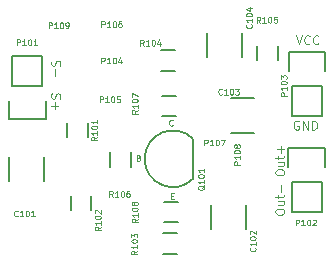
<source format=gto>
G04 #@! TF.FileFunction,Legend,Top*
%FSLAX46Y46*%
G04 Gerber Fmt 4.6, Leading zero omitted, Abs format (unit mm)*
G04 Created by KiCad (PCBNEW 4.0.1-stable) date 2/14/2016 8:13:32 PM*
%MOMM*%
G01*
G04 APERTURE LIST*
%ADD10C,0.100000*%
%ADD11C,0.125000*%
%ADD12C,0.150000*%
G04 APERTURE END LIST*
D10*
D11*
X152714762Y-106938571D02*
X152690952Y-106962381D01*
X152619524Y-106986190D01*
X152571905Y-106986190D01*
X152500476Y-106962381D01*
X152452857Y-106914762D01*
X152429048Y-106867143D01*
X152405238Y-106771905D01*
X152405238Y-106700476D01*
X152429048Y-106605238D01*
X152452857Y-106557619D01*
X152500476Y-106510000D01*
X152571905Y-106486190D01*
X152619524Y-106486190D01*
X152690952Y-106510000D01*
X152714762Y-106533810D01*
X152592858Y-112894286D02*
X152759524Y-112894286D01*
X152830953Y-113156190D02*
X152592858Y-113156190D01*
X152592858Y-112656190D01*
X152830953Y-112656190D01*
X149815714Y-109704286D02*
X149887143Y-109728095D01*
X149910952Y-109751905D01*
X149934762Y-109799524D01*
X149934762Y-109870952D01*
X149910952Y-109918571D01*
X149887143Y-109942381D01*
X149839524Y-109966190D01*
X149649048Y-109966190D01*
X149649048Y-109466190D01*
X149815714Y-109466190D01*
X149863333Y-109490000D01*
X149887143Y-109513810D01*
X149910952Y-109561429D01*
X149910952Y-109609048D01*
X149887143Y-109656667D01*
X149863333Y-109680476D01*
X149815714Y-109704286D01*
X149649048Y-109704286D01*
X163368572Y-106605000D02*
X163297143Y-106569286D01*
X163190000Y-106569286D01*
X163082857Y-106605000D01*
X163011429Y-106676429D01*
X162975714Y-106747857D01*
X162940000Y-106890714D01*
X162940000Y-106997857D01*
X162975714Y-107140714D01*
X163011429Y-107212143D01*
X163082857Y-107283571D01*
X163190000Y-107319286D01*
X163261429Y-107319286D01*
X163368572Y-107283571D01*
X163404286Y-107247857D01*
X163404286Y-106997857D01*
X163261429Y-106997857D01*
X163725714Y-107319286D02*
X163725714Y-106569286D01*
X164154286Y-107319286D01*
X164154286Y-106569286D01*
X164511428Y-107319286D02*
X164511428Y-106569286D01*
X164690000Y-106569286D01*
X164797143Y-106605000D01*
X164868571Y-106676429D01*
X164904286Y-106747857D01*
X164940000Y-106890714D01*
X164940000Y-106997857D01*
X164904286Y-107140714D01*
X164868571Y-107212143D01*
X164797143Y-107283571D01*
X164690000Y-107319286D01*
X164511428Y-107319286D01*
X163120001Y-99339286D02*
X163370001Y-100089286D01*
X163620001Y-99339286D01*
X164298572Y-100017857D02*
X164262858Y-100053571D01*
X164155715Y-100089286D01*
X164084286Y-100089286D01*
X163977143Y-100053571D01*
X163905715Y-99982143D01*
X163870000Y-99910714D01*
X163834286Y-99767857D01*
X163834286Y-99660714D01*
X163870000Y-99517857D01*
X163905715Y-99446429D01*
X163977143Y-99375000D01*
X164084286Y-99339286D01*
X164155715Y-99339286D01*
X164262858Y-99375000D01*
X164298572Y-99410714D01*
X165048572Y-100017857D02*
X165012858Y-100053571D01*
X164905715Y-100089286D01*
X164834286Y-100089286D01*
X164727143Y-100053571D01*
X164655715Y-99982143D01*
X164620000Y-99910714D01*
X164584286Y-99767857D01*
X164584286Y-99660714D01*
X164620000Y-99517857D01*
X164655715Y-99446429D01*
X164727143Y-99375000D01*
X164834286Y-99339286D01*
X164905715Y-99339286D01*
X165012858Y-99375000D01*
X165048572Y-99410714D01*
X161399286Y-114329284D02*
X161399286Y-114186427D01*
X161435000Y-114114999D01*
X161506429Y-114043570D01*
X161649286Y-114007856D01*
X161899286Y-114007856D01*
X162042143Y-114043570D01*
X162113571Y-114114999D01*
X162149286Y-114186427D01*
X162149286Y-114329284D01*
X162113571Y-114400713D01*
X162042143Y-114472142D01*
X161899286Y-114507856D01*
X161649286Y-114507856D01*
X161506429Y-114472142D01*
X161435000Y-114400713D01*
X161399286Y-114329284D01*
X161649286Y-113364999D02*
X162149286Y-113364999D01*
X161649286Y-113686428D02*
X162042143Y-113686428D01*
X162113571Y-113650713D01*
X162149286Y-113579285D01*
X162149286Y-113472142D01*
X162113571Y-113400713D01*
X162077857Y-113364999D01*
X161649286Y-113114999D02*
X161649286Y-112829285D01*
X161399286Y-113007857D02*
X162042143Y-113007857D01*
X162113571Y-112972142D01*
X162149286Y-112900714D01*
X162149286Y-112829285D01*
X161863571Y-112579286D02*
X161863571Y-112007857D01*
X161389286Y-111009284D02*
X161389286Y-110866427D01*
X161425000Y-110794999D01*
X161496429Y-110723570D01*
X161639286Y-110687856D01*
X161889286Y-110687856D01*
X162032143Y-110723570D01*
X162103571Y-110794999D01*
X162139286Y-110866427D01*
X162139286Y-111009284D01*
X162103571Y-111080713D01*
X162032143Y-111152142D01*
X161889286Y-111187856D01*
X161639286Y-111187856D01*
X161496429Y-111152142D01*
X161425000Y-111080713D01*
X161389286Y-111009284D01*
X161639286Y-110044999D02*
X162139286Y-110044999D01*
X161639286Y-110366428D02*
X162032143Y-110366428D01*
X162103571Y-110330713D01*
X162139286Y-110259285D01*
X162139286Y-110152142D01*
X162103571Y-110080713D01*
X162067857Y-110044999D01*
X161639286Y-109794999D02*
X161639286Y-109509285D01*
X161389286Y-109687857D02*
X162032143Y-109687857D01*
X162103571Y-109652142D01*
X162139286Y-109580714D01*
X162139286Y-109509285D01*
X161853571Y-109259286D02*
X161853571Y-108687857D01*
X162139286Y-108973571D02*
X161567857Y-108973571D01*
X142456429Y-104251429D02*
X142420714Y-104358572D01*
X142420714Y-104537143D01*
X142456429Y-104608572D01*
X142492143Y-104644286D01*
X142563571Y-104680001D01*
X142635000Y-104680001D01*
X142706429Y-104644286D01*
X142742143Y-104608572D01*
X142777857Y-104537143D01*
X142813571Y-104394286D01*
X142849286Y-104322858D01*
X142885000Y-104287143D01*
X142956429Y-104251429D01*
X143027857Y-104251429D01*
X143099286Y-104287143D01*
X143135000Y-104322858D01*
X143170714Y-104394286D01*
X143170714Y-104572858D01*
X143135000Y-104680001D01*
X142706429Y-105001429D02*
X142706429Y-105572858D01*
X142420714Y-105287144D02*
X142992143Y-105287144D01*
X142456429Y-101471429D02*
X142420714Y-101578572D01*
X142420714Y-101757143D01*
X142456429Y-101828572D01*
X142492143Y-101864286D01*
X142563571Y-101900001D01*
X142635000Y-101900001D01*
X142706429Y-101864286D01*
X142742143Y-101828572D01*
X142777857Y-101757143D01*
X142813571Y-101614286D01*
X142849286Y-101542858D01*
X142885000Y-101507143D01*
X142956429Y-101471429D01*
X143027857Y-101471429D01*
X143099286Y-101507143D01*
X143135000Y-101542858D01*
X143170714Y-101614286D01*
X143170714Y-101792858D01*
X143135000Y-101900001D01*
X142706429Y-102221429D02*
X142706429Y-102792858D01*
D12*
X138835000Y-109630000D02*
X138835000Y-111630000D01*
X141785000Y-111630000D02*
X141785000Y-109630000D01*
X155935000Y-113690000D02*
X155935000Y-115690000D01*
X158885000Y-115690000D02*
X158885000Y-113690000D01*
X157620000Y-107565000D02*
X159620000Y-107565000D01*
X159620000Y-104615000D02*
X157620000Y-104615000D01*
X155635000Y-99140000D02*
X155635000Y-101140000D01*
X158585000Y-101140000D02*
X158585000Y-99140000D01*
X139130000Y-103580000D02*
X139130000Y-101040000D01*
X138850000Y-106400000D02*
X138850000Y-104850000D01*
X139130000Y-103580000D02*
X141670000Y-103580000D01*
X141950000Y-104850000D02*
X141950000Y-106400000D01*
X141950000Y-106400000D02*
X138850000Y-106400000D01*
X141670000Y-103580000D02*
X141670000Y-101040000D01*
X141670000Y-101040000D02*
X139130000Y-101040000D01*
X165330000Y-111720000D02*
X165330000Y-114260000D01*
X165610000Y-108900000D02*
X165610000Y-110450000D01*
X165330000Y-111720000D02*
X162790000Y-111720000D01*
X162510000Y-110450000D02*
X162510000Y-108900000D01*
X162510000Y-108900000D02*
X165610000Y-108900000D01*
X162790000Y-111720000D02*
X162790000Y-114260000D01*
X162790000Y-114260000D02*
X165330000Y-114260000D01*
X165340000Y-103600000D02*
X165340000Y-106140000D01*
X165620000Y-100780000D02*
X165620000Y-102330000D01*
X165340000Y-103600000D02*
X162800000Y-103600000D01*
X162520000Y-102330000D02*
X162520000Y-100780000D01*
X162520000Y-100780000D02*
X165620000Y-100780000D01*
X162800000Y-103600000D02*
X162800000Y-106140000D01*
X162800000Y-106140000D02*
X165340000Y-106140000D01*
X154430000Y-111480000D02*
X154430000Y-108080000D01*
X154427056Y-111477056D02*
G75*
G02X150330000Y-109780000I-1697056J1697056D01*
G01*
X154427056Y-108082944D02*
G75*
G03X150330000Y-109780000I-1697056J-1697056D01*
G01*
X143795000Y-107940000D02*
X143795000Y-106740000D01*
X145545000Y-106740000D02*
X145545000Y-107940000D01*
X144055000Y-114160000D02*
X144055000Y-112960000D01*
X145805000Y-112960000D02*
X145805000Y-114160000D01*
X151850000Y-116085000D02*
X153050000Y-116085000D01*
X153050000Y-117835000D02*
X151850000Y-117835000D01*
X151740000Y-100585000D02*
X152940000Y-100585000D01*
X152940000Y-102335000D02*
X151740000Y-102335000D01*
X161635000Y-100250000D02*
X161635000Y-101450000D01*
X159885000Y-101450000D02*
X159885000Y-100250000D01*
X149135000Y-109240000D02*
X149135000Y-110440000D01*
X147385000Y-110440000D02*
X147385000Y-109240000D01*
X152980000Y-106175000D02*
X151780000Y-106175000D01*
X151780000Y-104425000D02*
X152980000Y-104425000D01*
X153130000Y-115165000D02*
X151930000Y-115165000D01*
X151930000Y-113415000D02*
X153130000Y-113415000D01*
D11*
X139590477Y-114618571D02*
X139566667Y-114642381D01*
X139495239Y-114666190D01*
X139447620Y-114666190D01*
X139376191Y-114642381D01*
X139328572Y-114594762D01*
X139304763Y-114547143D01*
X139280953Y-114451905D01*
X139280953Y-114380476D01*
X139304763Y-114285238D01*
X139328572Y-114237619D01*
X139376191Y-114190000D01*
X139447620Y-114166190D01*
X139495239Y-114166190D01*
X139566667Y-114190000D01*
X139590477Y-114213810D01*
X140066667Y-114666190D02*
X139780953Y-114666190D01*
X139923810Y-114666190D02*
X139923810Y-114166190D01*
X139876191Y-114237619D01*
X139828572Y-114285238D01*
X139780953Y-114309048D01*
X140376191Y-114166190D02*
X140423810Y-114166190D01*
X140471429Y-114190000D01*
X140495238Y-114213810D01*
X140519048Y-114261429D01*
X140542857Y-114356667D01*
X140542857Y-114475714D01*
X140519048Y-114570952D01*
X140495238Y-114618571D01*
X140471429Y-114642381D01*
X140423810Y-114666190D01*
X140376191Y-114666190D01*
X140328572Y-114642381D01*
X140304762Y-114618571D01*
X140280953Y-114570952D01*
X140257143Y-114475714D01*
X140257143Y-114356667D01*
X140280953Y-114261429D01*
X140304762Y-114213810D01*
X140328572Y-114190000D01*
X140376191Y-114166190D01*
X141019047Y-114666190D02*
X140733333Y-114666190D01*
X140876190Y-114666190D02*
X140876190Y-114166190D01*
X140828571Y-114237619D01*
X140780952Y-114285238D01*
X140733333Y-114309048D01*
X159688571Y-117309523D02*
X159712381Y-117333333D01*
X159736190Y-117404761D01*
X159736190Y-117452380D01*
X159712381Y-117523809D01*
X159664762Y-117571428D01*
X159617143Y-117595237D01*
X159521905Y-117619047D01*
X159450476Y-117619047D01*
X159355238Y-117595237D01*
X159307619Y-117571428D01*
X159260000Y-117523809D01*
X159236190Y-117452380D01*
X159236190Y-117404761D01*
X159260000Y-117333333D01*
X159283810Y-117309523D01*
X159736190Y-116833333D02*
X159736190Y-117119047D01*
X159736190Y-116976190D02*
X159236190Y-116976190D01*
X159307619Y-117023809D01*
X159355238Y-117071428D01*
X159379048Y-117119047D01*
X159236190Y-116523809D02*
X159236190Y-116476190D01*
X159260000Y-116428571D01*
X159283810Y-116404762D01*
X159331429Y-116380952D01*
X159426667Y-116357143D01*
X159545714Y-116357143D01*
X159640952Y-116380952D01*
X159688571Y-116404762D01*
X159712381Y-116428571D01*
X159736190Y-116476190D01*
X159736190Y-116523809D01*
X159712381Y-116571428D01*
X159688571Y-116595238D01*
X159640952Y-116619047D01*
X159545714Y-116642857D01*
X159426667Y-116642857D01*
X159331429Y-116619047D01*
X159283810Y-116595238D01*
X159260000Y-116571428D01*
X159236190Y-116523809D01*
X159283810Y-116166667D02*
X159260000Y-116142857D01*
X159236190Y-116095238D01*
X159236190Y-115976191D01*
X159260000Y-115928572D01*
X159283810Y-115904762D01*
X159331429Y-115880953D01*
X159379048Y-115880953D01*
X159450476Y-115904762D01*
X159736190Y-116190476D01*
X159736190Y-115880953D01*
X156880477Y-104308571D02*
X156856667Y-104332381D01*
X156785239Y-104356190D01*
X156737620Y-104356190D01*
X156666191Y-104332381D01*
X156618572Y-104284762D01*
X156594763Y-104237143D01*
X156570953Y-104141905D01*
X156570953Y-104070476D01*
X156594763Y-103975238D01*
X156618572Y-103927619D01*
X156666191Y-103880000D01*
X156737620Y-103856190D01*
X156785239Y-103856190D01*
X156856667Y-103880000D01*
X156880477Y-103903810D01*
X157356667Y-104356190D02*
X157070953Y-104356190D01*
X157213810Y-104356190D02*
X157213810Y-103856190D01*
X157166191Y-103927619D01*
X157118572Y-103975238D01*
X157070953Y-103999048D01*
X157666191Y-103856190D02*
X157713810Y-103856190D01*
X157761429Y-103880000D01*
X157785238Y-103903810D01*
X157809048Y-103951429D01*
X157832857Y-104046667D01*
X157832857Y-104165714D01*
X157809048Y-104260952D01*
X157785238Y-104308571D01*
X157761429Y-104332381D01*
X157713810Y-104356190D01*
X157666191Y-104356190D01*
X157618572Y-104332381D01*
X157594762Y-104308571D01*
X157570953Y-104260952D01*
X157547143Y-104165714D01*
X157547143Y-104046667D01*
X157570953Y-103951429D01*
X157594762Y-103903810D01*
X157618572Y-103880000D01*
X157666191Y-103856190D01*
X157999524Y-103856190D02*
X158309047Y-103856190D01*
X158142381Y-104046667D01*
X158213809Y-104046667D01*
X158261428Y-104070476D01*
X158285238Y-104094286D01*
X158309047Y-104141905D01*
X158309047Y-104260952D01*
X158285238Y-104308571D01*
X158261428Y-104332381D01*
X158213809Y-104356190D01*
X158070952Y-104356190D01*
X158023333Y-104332381D01*
X157999524Y-104308571D01*
X159368571Y-98399523D02*
X159392381Y-98423333D01*
X159416190Y-98494761D01*
X159416190Y-98542380D01*
X159392381Y-98613809D01*
X159344762Y-98661428D01*
X159297143Y-98685237D01*
X159201905Y-98709047D01*
X159130476Y-98709047D01*
X159035238Y-98685237D01*
X158987619Y-98661428D01*
X158940000Y-98613809D01*
X158916190Y-98542380D01*
X158916190Y-98494761D01*
X158940000Y-98423333D01*
X158963810Y-98399523D01*
X159416190Y-97923333D02*
X159416190Y-98209047D01*
X159416190Y-98066190D02*
X158916190Y-98066190D01*
X158987619Y-98113809D01*
X159035238Y-98161428D01*
X159059048Y-98209047D01*
X158916190Y-97613809D02*
X158916190Y-97566190D01*
X158940000Y-97518571D01*
X158963810Y-97494762D01*
X159011429Y-97470952D01*
X159106667Y-97447143D01*
X159225714Y-97447143D01*
X159320952Y-97470952D01*
X159368571Y-97494762D01*
X159392381Y-97518571D01*
X159416190Y-97566190D01*
X159416190Y-97613809D01*
X159392381Y-97661428D01*
X159368571Y-97685238D01*
X159320952Y-97709047D01*
X159225714Y-97732857D01*
X159106667Y-97732857D01*
X159011429Y-97709047D01*
X158963810Y-97685238D01*
X158940000Y-97661428D01*
X158916190Y-97613809D01*
X159082857Y-97018572D02*
X159416190Y-97018572D01*
X158892381Y-97137619D02*
X159249524Y-97256667D01*
X159249524Y-96947143D01*
X139514763Y-100166190D02*
X139514763Y-99666190D01*
X139705239Y-99666190D01*
X139752858Y-99690000D01*
X139776667Y-99713810D01*
X139800477Y-99761429D01*
X139800477Y-99832857D01*
X139776667Y-99880476D01*
X139752858Y-99904286D01*
X139705239Y-99928095D01*
X139514763Y-99928095D01*
X140276667Y-100166190D02*
X139990953Y-100166190D01*
X140133810Y-100166190D02*
X140133810Y-99666190D01*
X140086191Y-99737619D01*
X140038572Y-99785238D01*
X139990953Y-99809048D01*
X140586191Y-99666190D02*
X140633810Y-99666190D01*
X140681429Y-99690000D01*
X140705238Y-99713810D01*
X140729048Y-99761429D01*
X140752857Y-99856667D01*
X140752857Y-99975714D01*
X140729048Y-100070952D01*
X140705238Y-100118571D01*
X140681429Y-100142381D01*
X140633810Y-100166190D01*
X140586191Y-100166190D01*
X140538572Y-100142381D01*
X140514762Y-100118571D01*
X140490953Y-100070952D01*
X140467143Y-99975714D01*
X140467143Y-99856667D01*
X140490953Y-99761429D01*
X140514762Y-99713810D01*
X140538572Y-99690000D01*
X140586191Y-99666190D01*
X141229047Y-100166190D02*
X140943333Y-100166190D01*
X141086190Y-100166190D02*
X141086190Y-99666190D01*
X141038571Y-99737619D01*
X140990952Y-99785238D01*
X140943333Y-99809048D01*
X163124763Y-115426190D02*
X163124763Y-114926190D01*
X163315239Y-114926190D01*
X163362858Y-114950000D01*
X163386667Y-114973810D01*
X163410477Y-115021429D01*
X163410477Y-115092857D01*
X163386667Y-115140476D01*
X163362858Y-115164286D01*
X163315239Y-115188095D01*
X163124763Y-115188095D01*
X163886667Y-115426190D02*
X163600953Y-115426190D01*
X163743810Y-115426190D02*
X163743810Y-114926190D01*
X163696191Y-114997619D01*
X163648572Y-115045238D01*
X163600953Y-115069048D01*
X164196191Y-114926190D02*
X164243810Y-114926190D01*
X164291429Y-114950000D01*
X164315238Y-114973810D01*
X164339048Y-115021429D01*
X164362857Y-115116667D01*
X164362857Y-115235714D01*
X164339048Y-115330952D01*
X164315238Y-115378571D01*
X164291429Y-115402381D01*
X164243810Y-115426190D01*
X164196191Y-115426190D01*
X164148572Y-115402381D01*
X164124762Y-115378571D01*
X164100953Y-115330952D01*
X164077143Y-115235714D01*
X164077143Y-115116667D01*
X164100953Y-115021429D01*
X164124762Y-114973810D01*
X164148572Y-114950000D01*
X164196191Y-114926190D01*
X164553333Y-114973810D02*
X164577143Y-114950000D01*
X164624762Y-114926190D01*
X164743809Y-114926190D01*
X164791428Y-114950000D01*
X164815238Y-114973810D01*
X164839047Y-115021429D01*
X164839047Y-115069048D01*
X164815238Y-115140476D01*
X164529524Y-115426190D01*
X164839047Y-115426190D01*
X162346190Y-104435237D02*
X161846190Y-104435237D01*
X161846190Y-104244761D01*
X161870000Y-104197142D01*
X161893810Y-104173333D01*
X161941429Y-104149523D01*
X162012857Y-104149523D01*
X162060476Y-104173333D01*
X162084286Y-104197142D01*
X162108095Y-104244761D01*
X162108095Y-104435237D01*
X162346190Y-103673333D02*
X162346190Y-103959047D01*
X162346190Y-103816190D02*
X161846190Y-103816190D01*
X161917619Y-103863809D01*
X161965238Y-103911428D01*
X161989048Y-103959047D01*
X161846190Y-103363809D02*
X161846190Y-103316190D01*
X161870000Y-103268571D01*
X161893810Y-103244762D01*
X161941429Y-103220952D01*
X162036667Y-103197143D01*
X162155714Y-103197143D01*
X162250952Y-103220952D01*
X162298571Y-103244762D01*
X162322381Y-103268571D01*
X162346190Y-103316190D01*
X162346190Y-103363809D01*
X162322381Y-103411428D01*
X162298571Y-103435238D01*
X162250952Y-103459047D01*
X162155714Y-103482857D01*
X162036667Y-103482857D01*
X161941429Y-103459047D01*
X161893810Y-103435238D01*
X161870000Y-103411428D01*
X161846190Y-103363809D01*
X161846190Y-103030476D02*
X161846190Y-102720953D01*
X162036667Y-102887619D01*
X162036667Y-102816191D01*
X162060476Y-102768572D01*
X162084286Y-102744762D01*
X162131905Y-102720953D01*
X162250952Y-102720953D01*
X162298571Y-102744762D01*
X162322381Y-102768572D01*
X162346190Y-102816191D01*
X162346190Y-102959048D01*
X162322381Y-103006667D01*
X162298571Y-103030476D01*
X146674763Y-101712190D02*
X146674763Y-101212190D01*
X146865239Y-101212190D01*
X146912858Y-101236000D01*
X146936667Y-101259810D01*
X146960477Y-101307429D01*
X146960477Y-101378857D01*
X146936667Y-101426476D01*
X146912858Y-101450286D01*
X146865239Y-101474095D01*
X146674763Y-101474095D01*
X147436667Y-101712190D02*
X147150953Y-101712190D01*
X147293810Y-101712190D02*
X147293810Y-101212190D01*
X147246191Y-101283619D01*
X147198572Y-101331238D01*
X147150953Y-101355048D01*
X147746191Y-101212190D02*
X147793810Y-101212190D01*
X147841429Y-101236000D01*
X147865238Y-101259810D01*
X147889048Y-101307429D01*
X147912857Y-101402667D01*
X147912857Y-101521714D01*
X147889048Y-101616952D01*
X147865238Y-101664571D01*
X147841429Y-101688381D01*
X147793810Y-101712190D01*
X147746191Y-101712190D01*
X147698572Y-101688381D01*
X147674762Y-101664571D01*
X147650953Y-101616952D01*
X147627143Y-101521714D01*
X147627143Y-101402667D01*
X147650953Y-101307429D01*
X147674762Y-101259810D01*
X147698572Y-101236000D01*
X147746191Y-101212190D01*
X148341428Y-101378857D02*
X148341428Y-101712190D01*
X148222381Y-101188381D02*
X148103333Y-101545524D01*
X148412857Y-101545524D01*
X146534763Y-104996190D02*
X146534763Y-104496190D01*
X146725239Y-104496190D01*
X146772858Y-104520000D01*
X146796667Y-104543810D01*
X146820477Y-104591429D01*
X146820477Y-104662857D01*
X146796667Y-104710476D01*
X146772858Y-104734286D01*
X146725239Y-104758095D01*
X146534763Y-104758095D01*
X147296667Y-104996190D02*
X147010953Y-104996190D01*
X147153810Y-104996190D02*
X147153810Y-104496190D01*
X147106191Y-104567619D01*
X147058572Y-104615238D01*
X147010953Y-104639048D01*
X147606191Y-104496190D02*
X147653810Y-104496190D01*
X147701429Y-104520000D01*
X147725238Y-104543810D01*
X147749048Y-104591429D01*
X147772857Y-104686667D01*
X147772857Y-104805714D01*
X147749048Y-104900952D01*
X147725238Y-104948571D01*
X147701429Y-104972381D01*
X147653810Y-104996190D01*
X147606191Y-104996190D01*
X147558572Y-104972381D01*
X147534762Y-104948571D01*
X147510953Y-104900952D01*
X147487143Y-104805714D01*
X147487143Y-104686667D01*
X147510953Y-104591429D01*
X147534762Y-104543810D01*
X147558572Y-104520000D01*
X147606191Y-104496190D01*
X148225238Y-104496190D02*
X147987143Y-104496190D01*
X147963333Y-104734286D01*
X147987143Y-104710476D01*
X148034762Y-104686667D01*
X148153809Y-104686667D01*
X148201428Y-104710476D01*
X148225238Y-104734286D01*
X148249047Y-104781905D01*
X148249047Y-104900952D01*
X148225238Y-104948571D01*
X148201428Y-104972381D01*
X148153809Y-104996190D01*
X148034762Y-104996190D01*
X147987143Y-104972381D01*
X147963333Y-104948571D01*
X146674763Y-98632190D02*
X146674763Y-98132190D01*
X146865239Y-98132190D01*
X146912858Y-98156000D01*
X146936667Y-98179810D01*
X146960477Y-98227429D01*
X146960477Y-98298857D01*
X146936667Y-98346476D01*
X146912858Y-98370286D01*
X146865239Y-98394095D01*
X146674763Y-98394095D01*
X147436667Y-98632190D02*
X147150953Y-98632190D01*
X147293810Y-98632190D02*
X147293810Y-98132190D01*
X147246191Y-98203619D01*
X147198572Y-98251238D01*
X147150953Y-98275048D01*
X147746191Y-98132190D02*
X147793810Y-98132190D01*
X147841429Y-98156000D01*
X147865238Y-98179810D01*
X147889048Y-98227429D01*
X147912857Y-98322667D01*
X147912857Y-98441714D01*
X147889048Y-98536952D01*
X147865238Y-98584571D01*
X147841429Y-98608381D01*
X147793810Y-98632190D01*
X147746191Y-98632190D01*
X147698572Y-98608381D01*
X147674762Y-98584571D01*
X147650953Y-98536952D01*
X147627143Y-98441714D01*
X147627143Y-98322667D01*
X147650953Y-98227429D01*
X147674762Y-98179810D01*
X147698572Y-98156000D01*
X147746191Y-98132190D01*
X148341428Y-98132190D02*
X148246190Y-98132190D01*
X148198571Y-98156000D01*
X148174762Y-98179810D01*
X148127143Y-98251238D01*
X148103333Y-98346476D01*
X148103333Y-98536952D01*
X148127143Y-98584571D01*
X148150952Y-98608381D01*
X148198571Y-98632190D01*
X148293809Y-98632190D01*
X148341428Y-98608381D01*
X148365238Y-98584571D01*
X148389047Y-98536952D01*
X148389047Y-98417905D01*
X148365238Y-98370286D01*
X148341428Y-98346476D01*
X148293809Y-98322667D01*
X148198571Y-98322667D01*
X148150952Y-98346476D01*
X148127143Y-98370286D01*
X148103333Y-98417905D01*
X155394763Y-108656190D02*
X155394763Y-108156190D01*
X155585239Y-108156190D01*
X155632858Y-108180000D01*
X155656667Y-108203810D01*
X155680477Y-108251429D01*
X155680477Y-108322857D01*
X155656667Y-108370476D01*
X155632858Y-108394286D01*
X155585239Y-108418095D01*
X155394763Y-108418095D01*
X156156667Y-108656190D02*
X155870953Y-108656190D01*
X156013810Y-108656190D02*
X156013810Y-108156190D01*
X155966191Y-108227619D01*
X155918572Y-108275238D01*
X155870953Y-108299048D01*
X156466191Y-108156190D02*
X156513810Y-108156190D01*
X156561429Y-108180000D01*
X156585238Y-108203810D01*
X156609048Y-108251429D01*
X156632857Y-108346667D01*
X156632857Y-108465714D01*
X156609048Y-108560952D01*
X156585238Y-108608571D01*
X156561429Y-108632381D01*
X156513810Y-108656190D01*
X156466191Y-108656190D01*
X156418572Y-108632381D01*
X156394762Y-108608571D01*
X156370953Y-108560952D01*
X156347143Y-108465714D01*
X156347143Y-108346667D01*
X156370953Y-108251429D01*
X156394762Y-108203810D01*
X156418572Y-108180000D01*
X156466191Y-108156190D01*
X156799524Y-108156190D02*
X157132857Y-108156190D01*
X156918571Y-108656190D01*
X158406190Y-110285237D02*
X157906190Y-110285237D01*
X157906190Y-110094761D01*
X157930000Y-110047142D01*
X157953810Y-110023333D01*
X158001429Y-109999523D01*
X158072857Y-109999523D01*
X158120476Y-110023333D01*
X158144286Y-110047142D01*
X158168095Y-110094761D01*
X158168095Y-110285237D01*
X158406190Y-109523333D02*
X158406190Y-109809047D01*
X158406190Y-109666190D02*
X157906190Y-109666190D01*
X157977619Y-109713809D01*
X158025238Y-109761428D01*
X158049048Y-109809047D01*
X157906190Y-109213809D02*
X157906190Y-109166190D01*
X157930000Y-109118571D01*
X157953810Y-109094762D01*
X158001429Y-109070952D01*
X158096667Y-109047143D01*
X158215714Y-109047143D01*
X158310952Y-109070952D01*
X158358571Y-109094762D01*
X158382381Y-109118571D01*
X158406190Y-109166190D01*
X158406190Y-109213809D01*
X158382381Y-109261428D01*
X158358571Y-109285238D01*
X158310952Y-109309047D01*
X158215714Y-109332857D01*
X158096667Y-109332857D01*
X158001429Y-109309047D01*
X157953810Y-109285238D01*
X157930000Y-109261428D01*
X157906190Y-109213809D01*
X158120476Y-108761429D02*
X158096667Y-108809048D01*
X158072857Y-108832857D01*
X158025238Y-108856667D01*
X158001429Y-108856667D01*
X157953810Y-108832857D01*
X157930000Y-108809048D01*
X157906190Y-108761429D01*
X157906190Y-108666191D01*
X157930000Y-108618572D01*
X157953810Y-108594762D01*
X158001429Y-108570953D01*
X158025238Y-108570953D01*
X158072857Y-108594762D01*
X158096667Y-108618572D01*
X158120476Y-108666191D01*
X158120476Y-108761429D01*
X158144286Y-108809048D01*
X158168095Y-108832857D01*
X158215714Y-108856667D01*
X158310952Y-108856667D01*
X158358571Y-108832857D01*
X158382381Y-108809048D01*
X158406190Y-108761429D01*
X158406190Y-108666191D01*
X158382381Y-108618572D01*
X158358571Y-108594762D01*
X158310952Y-108570953D01*
X158215714Y-108570953D01*
X158168095Y-108594762D01*
X158144286Y-108618572D01*
X158120476Y-108666191D01*
X155393810Y-112033809D02*
X155370000Y-112081428D01*
X155322381Y-112129047D01*
X155250952Y-112200476D01*
X155227143Y-112248095D01*
X155227143Y-112295714D01*
X155346190Y-112271904D02*
X155322381Y-112319523D01*
X155274762Y-112367142D01*
X155179524Y-112390952D01*
X155012857Y-112390952D01*
X154917619Y-112367142D01*
X154870000Y-112319523D01*
X154846190Y-112271904D01*
X154846190Y-112176666D01*
X154870000Y-112129047D01*
X154917619Y-112081428D01*
X155012857Y-112057619D01*
X155179524Y-112057619D01*
X155274762Y-112081428D01*
X155322381Y-112129047D01*
X155346190Y-112176666D01*
X155346190Y-112271904D01*
X155346190Y-111581428D02*
X155346190Y-111867142D01*
X155346190Y-111724285D02*
X154846190Y-111724285D01*
X154917619Y-111771904D01*
X154965238Y-111819523D01*
X154989048Y-111867142D01*
X154846190Y-111271904D02*
X154846190Y-111224285D01*
X154870000Y-111176666D01*
X154893810Y-111152857D01*
X154941429Y-111129047D01*
X155036667Y-111105238D01*
X155155714Y-111105238D01*
X155250952Y-111129047D01*
X155298571Y-111152857D01*
X155322381Y-111176666D01*
X155346190Y-111224285D01*
X155346190Y-111271904D01*
X155322381Y-111319523D01*
X155298571Y-111343333D01*
X155250952Y-111367142D01*
X155155714Y-111390952D01*
X155036667Y-111390952D01*
X154941429Y-111367142D01*
X154893810Y-111343333D01*
X154870000Y-111319523D01*
X154846190Y-111271904D01*
X155346190Y-110629048D02*
X155346190Y-110914762D01*
X155346190Y-110771905D02*
X154846190Y-110771905D01*
X154917619Y-110819524D01*
X154965238Y-110867143D01*
X154989048Y-110914762D01*
X146316190Y-107929523D02*
X146078095Y-108096190D01*
X146316190Y-108215237D02*
X145816190Y-108215237D01*
X145816190Y-108024761D01*
X145840000Y-107977142D01*
X145863810Y-107953333D01*
X145911429Y-107929523D01*
X145982857Y-107929523D01*
X146030476Y-107953333D01*
X146054286Y-107977142D01*
X146078095Y-108024761D01*
X146078095Y-108215237D01*
X146316190Y-107453333D02*
X146316190Y-107739047D01*
X146316190Y-107596190D02*
X145816190Y-107596190D01*
X145887619Y-107643809D01*
X145935238Y-107691428D01*
X145959048Y-107739047D01*
X145816190Y-107143809D02*
X145816190Y-107096190D01*
X145840000Y-107048571D01*
X145863810Y-107024762D01*
X145911429Y-107000952D01*
X146006667Y-106977143D01*
X146125714Y-106977143D01*
X146220952Y-107000952D01*
X146268571Y-107024762D01*
X146292381Y-107048571D01*
X146316190Y-107096190D01*
X146316190Y-107143809D01*
X146292381Y-107191428D01*
X146268571Y-107215238D01*
X146220952Y-107239047D01*
X146125714Y-107262857D01*
X146006667Y-107262857D01*
X145911429Y-107239047D01*
X145863810Y-107215238D01*
X145840000Y-107191428D01*
X145816190Y-107143809D01*
X146316190Y-106500953D02*
X146316190Y-106786667D01*
X146316190Y-106643810D02*
X145816190Y-106643810D01*
X145887619Y-106691429D01*
X145935238Y-106739048D01*
X145959048Y-106786667D01*
X146606190Y-115549523D02*
X146368095Y-115716190D01*
X146606190Y-115835237D02*
X146106190Y-115835237D01*
X146106190Y-115644761D01*
X146130000Y-115597142D01*
X146153810Y-115573333D01*
X146201429Y-115549523D01*
X146272857Y-115549523D01*
X146320476Y-115573333D01*
X146344286Y-115597142D01*
X146368095Y-115644761D01*
X146368095Y-115835237D01*
X146606190Y-115073333D02*
X146606190Y-115359047D01*
X146606190Y-115216190D02*
X146106190Y-115216190D01*
X146177619Y-115263809D01*
X146225238Y-115311428D01*
X146249048Y-115359047D01*
X146106190Y-114763809D02*
X146106190Y-114716190D01*
X146130000Y-114668571D01*
X146153810Y-114644762D01*
X146201429Y-114620952D01*
X146296667Y-114597143D01*
X146415714Y-114597143D01*
X146510952Y-114620952D01*
X146558571Y-114644762D01*
X146582381Y-114668571D01*
X146606190Y-114716190D01*
X146606190Y-114763809D01*
X146582381Y-114811428D01*
X146558571Y-114835238D01*
X146510952Y-114859047D01*
X146415714Y-114882857D01*
X146296667Y-114882857D01*
X146201429Y-114859047D01*
X146153810Y-114835238D01*
X146130000Y-114811428D01*
X146106190Y-114763809D01*
X146153810Y-114406667D02*
X146130000Y-114382857D01*
X146106190Y-114335238D01*
X146106190Y-114216191D01*
X146130000Y-114168572D01*
X146153810Y-114144762D01*
X146201429Y-114120953D01*
X146249048Y-114120953D01*
X146320476Y-114144762D01*
X146606190Y-114430476D01*
X146606190Y-114120953D01*
X149706190Y-117559523D02*
X149468095Y-117726190D01*
X149706190Y-117845237D02*
X149206190Y-117845237D01*
X149206190Y-117654761D01*
X149230000Y-117607142D01*
X149253810Y-117583333D01*
X149301429Y-117559523D01*
X149372857Y-117559523D01*
X149420476Y-117583333D01*
X149444286Y-117607142D01*
X149468095Y-117654761D01*
X149468095Y-117845237D01*
X149706190Y-117083333D02*
X149706190Y-117369047D01*
X149706190Y-117226190D02*
X149206190Y-117226190D01*
X149277619Y-117273809D01*
X149325238Y-117321428D01*
X149349048Y-117369047D01*
X149206190Y-116773809D02*
X149206190Y-116726190D01*
X149230000Y-116678571D01*
X149253810Y-116654762D01*
X149301429Y-116630952D01*
X149396667Y-116607143D01*
X149515714Y-116607143D01*
X149610952Y-116630952D01*
X149658571Y-116654762D01*
X149682381Y-116678571D01*
X149706190Y-116726190D01*
X149706190Y-116773809D01*
X149682381Y-116821428D01*
X149658571Y-116845238D01*
X149610952Y-116869047D01*
X149515714Y-116892857D01*
X149396667Y-116892857D01*
X149301429Y-116869047D01*
X149253810Y-116845238D01*
X149230000Y-116821428D01*
X149206190Y-116773809D01*
X149206190Y-116440476D02*
X149206190Y-116130953D01*
X149396667Y-116297619D01*
X149396667Y-116226191D01*
X149420476Y-116178572D01*
X149444286Y-116154762D01*
X149491905Y-116130953D01*
X149610952Y-116130953D01*
X149658571Y-116154762D01*
X149682381Y-116178572D01*
X149706190Y-116226191D01*
X149706190Y-116369048D01*
X149682381Y-116416667D01*
X149658571Y-116440476D01*
X150250477Y-100196190D02*
X150083810Y-99958095D01*
X149964763Y-100196190D02*
X149964763Y-99696190D01*
X150155239Y-99696190D01*
X150202858Y-99720000D01*
X150226667Y-99743810D01*
X150250477Y-99791429D01*
X150250477Y-99862857D01*
X150226667Y-99910476D01*
X150202858Y-99934286D01*
X150155239Y-99958095D01*
X149964763Y-99958095D01*
X150726667Y-100196190D02*
X150440953Y-100196190D01*
X150583810Y-100196190D02*
X150583810Y-99696190D01*
X150536191Y-99767619D01*
X150488572Y-99815238D01*
X150440953Y-99839048D01*
X151036191Y-99696190D02*
X151083810Y-99696190D01*
X151131429Y-99720000D01*
X151155238Y-99743810D01*
X151179048Y-99791429D01*
X151202857Y-99886667D01*
X151202857Y-100005714D01*
X151179048Y-100100952D01*
X151155238Y-100148571D01*
X151131429Y-100172381D01*
X151083810Y-100196190D01*
X151036191Y-100196190D01*
X150988572Y-100172381D01*
X150964762Y-100148571D01*
X150940953Y-100100952D01*
X150917143Y-100005714D01*
X150917143Y-99886667D01*
X150940953Y-99791429D01*
X150964762Y-99743810D01*
X150988572Y-99720000D01*
X151036191Y-99696190D01*
X151631428Y-99862857D02*
X151631428Y-100196190D01*
X151512381Y-99672381D02*
X151393333Y-100029524D01*
X151702857Y-100029524D01*
X160120477Y-98256190D02*
X159953810Y-98018095D01*
X159834763Y-98256190D02*
X159834763Y-97756190D01*
X160025239Y-97756190D01*
X160072858Y-97780000D01*
X160096667Y-97803810D01*
X160120477Y-97851429D01*
X160120477Y-97922857D01*
X160096667Y-97970476D01*
X160072858Y-97994286D01*
X160025239Y-98018095D01*
X159834763Y-98018095D01*
X160596667Y-98256190D02*
X160310953Y-98256190D01*
X160453810Y-98256190D02*
X160453810Y-97756190D01*
X160406191Y-97827619D01*
X160358572Y-97875238D01*
X160310953Y-97899048D01*
X160906191Y-97756190D02*
X160953810Y-97756190D01*
X161001429Y-97780000D01*
X161025238Y-97803810D01*
X161049048Y-97851429D01*
X161072857Y-97946667D01*
X161072857Y-98065714D01*
X161049048Y-98160952D01*
X161025238Y-98208571D01*
X161001429Y-98232381D01*
X160953810Y-98256190D01*
X160906191Y-98256190D01*
X160858572Y-98232381D01*
X160834762Y-98208571D01*
X160810953Y-98160952D01*
X160787143Y-98065714D01*
X160787143Y-97946667D01*
X160810953Y-97851429D01*
X160834762Y-97803810D01*
X160858572Y-97780000D01*
X160906191Y-97756190D01*
X161525238Y-97756190D02*
X161287143Y-97756190D01*
X161263333Y-97994286D01*
X161287143Y-97970476D01*
X161334762Y-97946667D01*
X161453809Y-97946667D01*
X161501428Y-97970476D01*
X161525238Y-97994286D01*
X161549047Y-98041905D01*
X161549047Y-98160952D01*
X161525238Y-98208571D01*
X161501428Y-98232381D01*
X161453809Y-98256190D01*
X161334762Y-98256190D01*
X161287143Y-98232381D01*
X161263333Y-98208571D01*
X147640477Y-113006190D02*
X147473810Y-112768095D01*
X147354763Y-113006190D02*
X147354763Y-112506190D01*
X147545239Y-112506190D01*
X147592858Y-112530000D01*
X147616667Y-112553810D01*
X147640477Y-112601429D01*
X147640477Y-112672857D01*
X147616667Y-112720476D01*
X147592858Y-112744286D01*
X147545239Y-112768095D01*
X147354763Y-112768095D01*
X148116667Y-113006190D02*
X147830953Y-113006190D01*
X147973810Y-113006190D02*
X147973810Y-112506190D01*
X147926191Y-112577619D01*
X147878572Y-112625238D01*
X147830953Y-112649048D01*
X148426191Y-112506190D02*
X148473810Y-112506190D01*
X148521429Y-112530000D01*
X148545238Y-112553810D01*
X148569048Y-112601429D01*
X148592857Y-112696667D01*
X148592857Y-112815714D01*
X148569048Y-112910952D01*
X148545238Y-112958571D01*
X148521429Y-112982381D01*
X148473810Y-113006190D01*
X148426191Y-113006190D01*
X148378572Y-112982381D01*
X148354762Y-112958571D01*
X148330953Y-112910952D01*
X148307143Y-112815714D01*
X148307143Y-112696667D01*
X148330953Y-112601429D01*
X148354762Y-112553810D01*
X148378572Y-112530000D01*
X148426191Y-112506190D01*
X149021428Y-112506190D02*
X148926190Y-112506190D01*
X148878571Y-112530000D01*
X148854762Y-112553810D01*
X148807143Y-112625238D01*
X148783333Y-112720476D01*
X148783333Y-112910952D01*
X148807143Y-112958571D01*
X148830952Y-112982381D01*
X148878571Y-113006190D01*
X148973809Y-113006190D01*
X149021428Y-112982381D01*
X149045238Y-112958571D01*
X149069047Y-112910952D01*
X149069047Y-112791905D01*
X149045238Y-112744286D01*
X149021428Y-112720476D01*
X148973809Y-112696667D01*
X148878571Y-112696667D01*
X148830952Y-112720476D01*
X148807143Y-112744286D01*
X148783333Y-112791905D01*
X149746190Y-105669523D02*
X149508095Y-105836190D01*
X149746190Y-105955237D02*
X149246190Y-105955237D01*
X149246190Y-105764761D01*
X149270000Y-105717142D01*
X149293810Y-105693333D01*
X149341429Y-105669523D01*
X149412857Y-105669523D01*
X149460476Y-105693333D01*
X149484286Y-105717142D01*
X149508095Y-105764761D01*
X149508095Y-105955237D01*
X149746190Y-105193333D02*
X149746190Y-105479047D01*
X149746190Y-105336190D02*
X149246190Y-105336190D01*
X149317619Y-105383809D01*
X149365238Y-105431428D01*
X149389048Y-105479047D01*
X149246190Y-104883809D02*
X149246190Y-104836190D01*
X149270000Y-104788571D01*
X149293810Y-104764762D01*
X149341429Y-104740952D01*
X149436667Y-104717143D01*
X149555714Y-104717143D01*
X149650952Y-104740952D01*
X149698571Y-104764762D01*
X149722381Y-104788571D01*
X149746190Y-104836190D01*
X149746190Y-104883809D01*
X149722381Y-104931428D01*
X149698571Y-104955238D01*
X149650952Y-104979047D01*
X149555714Y-105002857D01*
X149436667Y-105002857D01*
X149341429Y-104979047D01*
X149293810Y-104955238D01*
X149270000Y-104931428D01*
X149246190Y-104883809D01*
X149246190Y-104550476D02*
X149246190Y-104217143D01*
X149746190Y-104431429D01*
X149746190Y-114859523D02*
X149508095Y-115026190D01*
X149746190Y-115145237D02*
X149246190Y-115145237D01*
X149246190Y-114954761D01*
X149270000Y-114907142D01*
X149293810Y-114883333D01*
X149341429Y-114859523D01*
X149412857Y-114859523D01*
X149460476Y-114883333D01*
X149484286Y-114907142D01*
X149508095Y-114954761D01*
X149508095Y-115145237D01*
X149746190Y-114383333D02*
X149746190Y-114669047D01*
X149746190Y-114526190D02*
X149246190Y-114526190D01*
X149317619Y-114573809D01*
X149365238Y-114621428D01*
X149389048Y-114669047D01*
X149246190Y-114073809D02*
X149246190Y-114026190D01*
X149270000Y-113978571D01*
X149293810Y-113954762D01*
X149341429Y-113930952D01*
X149436667Y-113907143D01*
X149555714Y-113907143D01*
X149650952Y-113930952D01*
X149698571Y-113954762D01*
X149722381Y-113978571D01*
X149746190Y-114026190D01*
X149746190Y-114073809D01*
X149722381Y-114121428D01*
X149698571Y-114145238D01*
X149650952Y-114169047D01*
X149555714Y-114192857D01*
X149436667Y-114192857D01*
X149341429Y-114169047D01*
X149293810Y-114145238D01*
X149270000Y-114121428D01*
X149246190Y-114073809D01*
X149460476Y-113621429D02*
X149436667Y-113669048D01*
X149412857Y-113692857D01*
X149365238Y-113716667D01*
X149341429Y-113716667D01*
X149293810Y-113692857D01*
X149270000Y-113669048D01*
X149246190Y-113621429D01*
X149246190Y-113526191D01*
X149270000Y-113478572D01*
X149293810Y-113454762D01*
X149341429Y-113430953D01*
X149365238Y-113430953D01*
X149412857Y-113454762D01*
X149436667Y-113478572D01*
X149460476Y-113526191D01*
X149460476Y-113621429D01*
X149484286Y-113669048D01*
X149508095Y-113692857D01*
X149555714Y-113716667D01*
X149650952Y-113716667D01*
X149698571Y-113692857D01*
X149722381Y-113669048D01*
X149746190Y-113621429D01*
X149746190Y-113526191D01*
X149722381Y-113478572D01*
X149698571Y-113454762D01*
X149650952Y-113430953D01*
X149555714Y-113430953D01*
X149508095Y-113454762D01*
X149484286Y-113478572D01*
X149460476Y-113526191D01*
X142194763Y-98726190D02*
X142194763Y-98226190D01*
X142385239Y-98226190D01*
X142432858Y-98250000D01*
X142456667Y-98273810D01*
X142480477Y-98321429D01*
X142480477Y-98392857D01*
X142456667Y-98440476D01*
X142432858Y-98464286D01*
X142385239Y-98488095D01*
X142194763Y-98488095D01*
X142956667Y-98726190D02*
X142670953Y-98726190D01*
X142813810Y-98726190D02*
X142813810Y-98226190D01*
X142766191Y-98297619D01*
X142718572Y-98345238D01*
X142670953Y-98369048D01*
X143266191Y-98226190D02*
X143313810Y-98226190D01*
X143361429Y-98250000D01*
X143385238Y-98273810D01*
X143409048Y-98321429D01*
X143432857Y-98416667D01*
X143432857Y-98535714D01*
X143409048Y-98630952D01*
X143385238Y-98678571D01*
X143361429Y-98702381D01*
X143313810Y-98726190D01*
X143266191Y-98726190D01*
X143218572Y-98702381D01*
X143194762Y-98678571D01*
X143170953Y-98630952D01*
X143147143Y-98535714D01*
X143147143Y-98416667D01*
X143170953Y-98321429D01*
X143194762Y-98273810D01*
X143218572Y-98250000D01*
X143266191Y-98226190D01*
X143670952Y-98726190D02*
X143766190Y-98726190D01*
X143813809Y-98702381D01*
X143837619Y-98678571D01*
X143885238Y-98607143D01*
X143909047Y-98511905D01*
X143909047Y-98321429D01*
X143885238Y-98273810D01*
X143861428Y-98250000D01*
X143813809Y-98226190D01*
X143718571Y-98226190D01*
X143670952Y-98250000D01*
X143647143Y-98273810D01*
X143623333Y-98321429D01*
X143623333Y-98440476D01*
X143647143Y-98488095D01*
X143670952Y-98511905D01*
X143718571Y-98535714D01*
X143813809Y-98535714D01*
X143861428Y-98511905D01*
X143885238Y-98488095D01*
X143909047Y-98440476D01*
M02*

</source>
